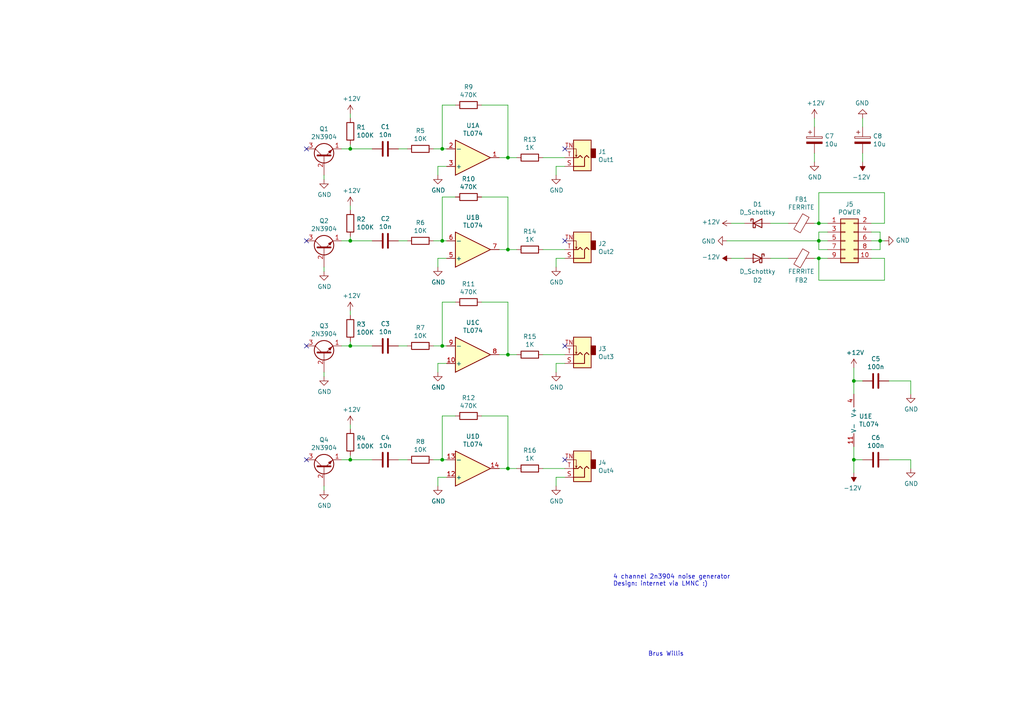
<source format=kicad_sch>
(kicad_sch (version 20230121) (generator eeschema)
  (paper "A4")
  (lib_symbols
    (symbol "Amplifier_Operational:TL074" (pin_names (offset 0.127))
      (property "Reference" "U" (at 0 5.08 0))
      (property "Value" "TL074" (at 0 -5.08 0))
      (symbol "TL074_1_1"
        (polyline (pts (xy -5.08 5.08) (xy 5.08 0) (xy -5.08 -5.08) (xy -5.08 5.08)) (stroke (width 0.254)) (fill (type background)))
        (pin output line (at 7.62 0 180) (length 2.54) (name "~") (number "1"))
        (pin input line (at -7.62 -2.54 0) (length 2.54) (name "-") (number "2"))
        (pin input line (at -7.62 2.54 0) (length 2.54) (name "+") (number "3"))
      )
      (symbol "TL074_2_1"
        (polyline (pts (xy -5.08 5.08) (xy 5.08 0) (xy -5.08 -5.08) (xy -5.08 5.08)) (stroke (width 0.254)) (fill (type background)))
        (pin input line (at -7.62 2.54 0) (length 2.54) (name "+") (number "5"))
        (pin input line (at -7.62 -2.54 0) (length 2.54) (name "-") (number "6"))
        (pin output line (at 7.62 0 180) (length 2.54) (name "~") (number "7"))
      )
      (symbol "TL074_3_1"
        (polyline (pts (xy -5.08 5.08) (xy 5.08 0) (xy -5.08 -5.08) (xy -5.08 5.08)) (stroke (width 0.254)) (fill (type background)))
        (pin input line (at -7.62 2.54 0) (length 2.54) (name "+") (number "10"))
        (pin output line (at 7.62 0 180) (length 2.54) (name "~") (number "8"))
        (pin input line (at -7.62 -2.54 0) (length 2.54) (name "-") (number "9"))
      )
      (symbol "TL074_4_1"
        (polyline (pts (xy -5.08 5.08) (xy 5.08 0) (xy -5.08 -5.08) (xy -5.08 5.08)) (stroke (width 0.254)) (fill (type background)))
        (pin input line (at -7.62 2.54 0) (length 2.54) (name "+") (number "12"))
        (pin input line (at -7.62 -2.54 0) (length 2.54) (name "-") (number "13"))
        (pin output line (at 7.62 0 180) (length 2.54) (name "~") (number "14"))
      )
      (symbol "TL074_5_1"
        (pin power_in line (at -2.54 -7.62 90) (length 3.81) (name "V-") (number "11"))
        (pin power_in line (at -2.54 7.62 270) (length 3.81) (name "V+") (number "4"))
      )
    )
    (symbol "Connector_Generic:Conn_02x05_Odd_Even" (pin_names (offset 1.016) hide)
      (property "Reference" "J" (at 1.27 7.62 0))
      (property "Value" "Conn_02x05_Odd_Even" (at 1.27 -7.62 0))
      (symbol "Conn_02x05_Odd_Even_1_1"
        (rectangle (start -1.27 -4.953) (end 0 -5.207) (stroke (width 0.1524)))
        (rectangle (start -1.27 -2.413) (end 0 -2.667) (stroke (width 0.1524)))
        (rectangle (start -1.27 0.127) (end 0 -0.127) (stroke (width 0.1524)))
        (rectangle (start -1.27 2.667) (end 0 2.413) (stroke (width 0.1524)))
        (rectangle (start -1.27 5.207) (end 0 4.953) (stroke (width 0.1524)))
        (rectangle (start -1.27 6.35) (end 3.81 -6.35) (stroke (width 0.254)) (fill (type background)))
        (rectangle (start 3.81 -4.953) (end 2.54 -5.207) (stroke (width 0.1524)))
        (rectangle (start 3.81 -2.413) (end 2.54 -2.667) (stroke (width 0.1524)))
        (rectangle (start 3.81 0.127) (end 2.54 -0.127) (stroke (width 0.1524)))
        (rectangle (start 3.81 2.667) (end 2.54 2.413) (stroke (width 0.1524)))
        (rectangle (start 3.81 5.207) (end 2.54 4.953) (stroke (width 0.1524)))
        (pin passive line (at -5.08 5.08 0) (length 3.81) (name "Pin_1") (number "1"))
        (pin passive line (at 7.62 -5.08 180) (length 3.81) (name "Pin_10") (number "10"))
        (pin passive line (at 7.62 5.08 180) (length 3.81) (name "Pin_2") (number "2"))
        (pin passive line (at -5.08 2.54 0) (length 3.81) (name "Pin_3") (number "3"))
        (pin passive line (at 7.62 2.54 180) (length 3.81) (name "Pin_4") (number "4"))
        (pin passive line (at -5.08 0 0) (length 3.81) (name "Pin_5") (number "5"))
        (pin passive line (at 7.62 0 180) (length 3.81) (name "Pin_6") (number "6"))
        (pin passive line (at -5.08 -2.54 0) (length 3.81) (name "Pin_7") (number "7"))
        (pin passive line (at 7.62 -2.54 180) (length 3.81) (name "Pin_8") (number "8"))
        (pin passive line (at -5.08 -5.08 0) (length 3.81) (name "Pin_9") (number "9"))
      )
    )
    (symbol "Device:C" (pin_numbers hide) (pin_names (offset 0.254))
      (property "Reference" "C" (at 0.635 2.54 0))
      (property "Value" "C" (at 0.635 -2.54 0))
      (symbol "C_0_1"
        (polyline (pts (xy -2.032 -0.762) (xy 2.032 -0.762)) (stroke (width 0.508)))
        (polyline (pts (xy -2.032 0.762) (xy 2.032 0.762)) (stroke (width 0.508)))
      )
      (symbol "C_1_1"
        (pin passive line (at 0 3.81 270) (length 2.794) (name "~") (number "1"))
        (pin passive line (at 0 -3.81 90) (length 2.794) (name "~") (number "2"))
      )
    )
    (symbol "Device:D_Schottky" (pin_numbers hide) (pin_names (offset 1.016) hide)
      (property "Reference" "D" (at 0 2.54 0))
      (property "Value" "D_Schottky" (at 0 -2.54 0))
      (symbol "D_Schottky_0_1"
        (polyline (pts (xy 1.27 0) (xy -1.27 0)))
        (polyline (pts (xy 1.27 1.27) (xy 1.27 -1.27) (xy -1.27 0) (xy 1.27 1.27)) (stroke (width 0.254)))
        (polyline (pts (xy -1.905 0.635) (xy -1.905 1.27) (xy -1.27 1.27) (xy -1.27 -1.27) (xy -0.635 -1.27) (xy -0.635 -0.635)) (stroke (width 0.254)))
      )
      (symbol "D_Schottky_1_1"
        (pin passive line (at -3.81 0 0) (length 2.54) (name "K") (number "1"))
        (pin passive line (at 3.81 0 180) (length 2.54) (name "A") (number "2"))
      )
    )
    (symbol "Device:R" (pin_numbers hide) (pin_names (offset 0))
      (property "Reference" "R" (at 2.032 0 90))
      (property "Value" "R" (at 0 0 90))
      (symbol "R_0_1"
        (rectangle (start -1.016 -2.54) (end 1.016 2.54) (stroke (width 0.254)))
      )
      (symbol "R_1_1"
        (pin passive line (at 0 3.81 270) (length 1.27) (name "~") (number "1"))
        (pin passive line (at 0 -3.81 90) (length 1.27) (name "~") (number "2"))
      )
    )
    (symbol "Transistor_BJT:2N3904" (pin_names (offset 0) hide)
      (property "Reference" "Q" (at 5.08 1.905 0))
      (property "Value" "2N3904" (at 5.08 0 0))
      (symbol "2N3904_0_1"
        (polyline (pts (xy 0.635 0.635) (xy 2.54 2.54)))
        (polyline (pts (xy 0.635 -0.635) (xy 2.54 -2.54) (xy 2.54 -2.54)))
        (polyline (pts (xy 0.635 1.905) (xy 0.635 -1.905) (xy 0.635 -1.905)) (stroke (width 0.508)))
        (polyline (pts (xy 1.27 -1.778) (xy 1.778 -1.27) (xy 2.286 -2.286) (xy 1.27 -1.778) (xy 1.27 -1.778)) (fill (type outline)))
        (circle (center 1.27 0) (radius 2.8194) (stroke (width 0.254)))
      )
      (symbol "2N3904_1_1"
        (pin passive line (at 2.54 -5.08 90) (length 2.54) (name "E") (number "1"))
        (pin passive line (at -5.08 0 0) (length 5.715) (name "B") (number "2"))
        (pin passive line (at 2.54 5.08 270) (length 2.54) (name "C") (number "3"))
      )
    )
    (symbol "noise-rescue:AudioJack2_SwitchT-Connector"
      (property "Reference" "J" (at 0 8.89 0))
      (property "Value" "Connector_AudioJack2_SwitchT" (at 0 6.35 0))
      (symbol "AudioJack2_SwitchT-Connector_0_1"
        (rectangle (start -2.54 0) (end -3.81 -2.54) (stroke (width 0.254)) (fill (type outline)))
        (polyline (pts (xy 1.778 -0.254) (xy 2.032 -0.762)))
        (polyline (pts (xy 0 0) (xy 0.635 -0.635) (xy 1.27 0) (xy 2.54 0)) (stroke (width 0.254)))
        (polyline (pts (xy 2.54 -2.54) (xy 1.778 -2.54) (xy 1.778 -0.254) (xy 1.524 -0.762)))
        (polyline (pts (xy 2.54 2.54) (xy -0.635 2.54) (xy -0.635 0) (xy -1.27 -0.635) (xy -1.905 0)) (stroke (width 0.254)))
        (rectangle (start 2.54 3.81) (end -2.54 -5.08) (stroke (width 0.254)) (fill (type background)))
      )
      (symbol "AudioJack2_SwitchT-Connector_1_1"
        (pin passive line (at 5.08 2.54 180) (length 2.54) (name "~") (number "S"))
        (pin passive line (at 5.08 0 180) (length 2.54) (name "~") (number "T"))
        (pin passive line (at 5.08 -2.54 180) (length 2.54) (name "~") (number "TN"))
      )
    )
    (symbol "noise-rescue:CP-Device" (pin_numbers hide) (pin_names (offset 0.254))
      (property "Reference" "C" (at 0.635 2.54 0))
      (property "Value" "Device_CP" (at 0.635 -2.54 0))
      (symbol "CP-Device_0_1"
        (rectangle (start -2.286 0.508) (end 2.286 1.016))
        (polyline (pts (xy -1.778 2.286) (xy -0.762 2.286)))
        (polyline (pts (xy -1.27 2.794) (xy -1.27 1.778)))
        (rectangle (start 2.286 -0.508) (end -2.286 -1.016) (fill (type outline)))
      )
      (symbol "CP-Device_1_1"
        (pin passive line (at 0 3.81 270) (length 2.794) (name "~") (number "1"))
        (pin passive line (at 0 -3.81 90) (length 2.794) (name "~") (number "2"))
      )
    )
    (symbol "noise-rescue:Ferrite_Bead-Device" (pin_numbers hide) (pin_names (offset 0))
      (property "Reference" "FB" (at -3.81 0.635 90))
      (property "Value" "Device_Ferrite_Bead" (at 3.81 0 90))
      (symbol "Ferrite_Bead-Device_0_1"
        (polyline (pts (xy 0 -1.27) (xy 0 -1.2192)))
        (polyline (pts (xy 0 1.27) (xy 0 1.2954)))
        (polyline (pts (xy -2.7686 0.4064) (xy -1.7018 2.2606) (xy 2.7686 -0.3048) (xy 1.6764 -2.159) (xy -2.7686 0.4064)))
      )
      (symbol "Ferrite_Bead-Device_1_1"
        (pin passive line (at 0 3.81 270) (length 2.54) (name "~") (number "1"))
        (pin passive line (at 0 -3.81 90) (length 2.54) (name "~") (number "2"))
      )
    )
    (symbol "power:+12V" (power) (pin_names (offset 0))
      (property "Value" "+12V" (at 0 3.556 0))
      (symbol "+12V_0_1"
        (polyline (pts (xy -0.762 1.27) (xy 0 2.54)))
        (polyline (pts (xy 0 0) (xy 0 2.54)))
        (polyline (pts (xy 0 2.54) (xy 0.762 1.27)))
      )
      (symbol "+12V_1_1"
        (pin power_in line (at 0 0 90) (length 0) hide (name "+12V") (number "1"))
      )
    )
    (symbol "power:-12V" (power) (pin_names (offset 0))
      (property "Value" "-12V" (at 0 3.81 0))
      (symbol "-12V_0_0"
        (pin power_in line (at 0 0 90) (length 0) hide (name "-12V") (number "1"))
      )
      (symbol "-12V_0_1"
        (polyline (pts (xy 0 0) (xy 0 1.27) (xy 0.762 1.27) (xy 0 2.54) (xy -0.762 1.27) (xy 0 1.27)) (fill (type outline)))
      )
    )
    (symbol "power:GND" (power) (pin_names (offset 0))
      (property "Value" "GND" (at 0 -3.81 0))
      (symbol "GND_0_1"
        (polyline (pts (xy 0 0) (xy 0 -1.27) (xy 1.27 -1.27) (xy 0 -2.54) (xy -1.27 -1.27) (xy 0 -1.27)))
      )
      (symbol "GND_1_1"
        (pin power_in line (at 0 0 270) (length 0) hide (name "GND") (number "1"))
      )
    )
  )
  (junction (at 247.65 133.35))
  (junction (at 128.27 69.85))
  (junction (at 101.6 133.35))
  (junction (at 237.49 74.93))
  (junction (at 147.32 135.89))
  (junction (at 147.32 45.72))
  (junction (at 128.27 133.35))
  (junction (at 101.6 100.33))
  (junction (at 237.49 64.77))
  (junction (at 147.32 102.87))
  (junction (at 237.49 69.85))
  (junction (at 101.6 69.85))
  (junction (at 128.27 43.18))
  (junction (at 255.27 69.85))
  (junction (at 247.65 110.49))
  (junction (at 147.32 72.39))
  (junction (at 101.6 43.18))
  (junction (at 128.27 100.33))
  (no_connect (at 88.9 100.33))
  (no_connect (at 88.9 43.18))
  (no_connect (at 163.83 43.18))
  (no_connect (at 163.83 100.33))
  (no_connect (at 88.9 69.85))
  (no_connect (at 88.9 133.35))
  (no_connect (at 163.83 133.35))
  (no_connect (at 163.83 69.85))
  (wire (pts (xy 256.54 64.77) (xy 256.54 55.88)))
  (wire (pts (xy 101.6 68.58) (xy 101.6 69.85)))
  (wire (pts (xy 252.73 74.93) (xy 256.54 74.93)))
  (wire (pts (xy 127 48.26) (xy 127 50.8)))
  (wire (pts (xy 101.6 100.33) (xy 107.95 100.33)))
  (wire (pts (xy 247.65 133.35) (xy 247.65 137.16)))
  (wire (pts (xy 223.52 74.93) (xy 228.6 74.93)))
  (wire (pts (xy 163.83 138.43) (xy 161.29 138.43)))
  (wire (pts (xy 101.6 43.18) (xy 107.95 43.18)))
  (wire (pts (xy 139.7 120.65) (xy 147.32 120.65)))
  (wire (pts (xy 257.81 110.49) (xy 264.16 110.49)))
  (wire (pts (xy 264.16 110.49) (xy 264.16 114.3)))
  (wire (pts (xy 256.54 55.88) (xy 237.49 55.88)))
  (wire (pts (xy 147.32 72.39) (xy 149.86 72.39)))
  (wire (pts (xy 264.16 133.35) (xy 264.16 135.89)))
  (wire (pts (xy 250.19 34.29) (xy 250.19 36.83)))
  (wire (pts (xy 125.73 100.33) (xy 128.27 100.33)))
  (wire (pts (xy 115.57 100.33) (xy 118.11 100.33)))
  (wire (pts (xy 212.09 64.77) (xy 215.9 64.77)))
  (wire (pts (xy 147.32 120.65) (xy 147.32 135.89)))
  (wire (pts (xy 255.27 72.39) (xy 255.27 69.85)))
  (wire (pts (xy 99.06 133.35) (xy 101.6 133.35)))
  (wire (pts (xy 161.29 48.26) (xy 161.29 50.8)))
  (wire (pts (xy 115.57 133.35) (xy 118.11 133.35)))
  (wire (pts (xy 161.29 105.41) (xy 161.29 107.95)))
  (wire (pts (xy 157.48 135.89) (xy 163.83 135.89)))
  (wire (pts (xy 144.78 45.72) (xy 147.32 45.72)))
  (wire (pts (xy 129.54 105.41) (xy 127 105.41)))
  (wire (pts (xy 128.27 133.35) (xy 129.54 133.35)))
  (wire (pts (xy 247.65 110.49) (xy 247.65 114.3)))
  (wire (pts (xy 147.32 102.87) (xy 149.86 102.87)))
  (wire (pts (xy 252.73 72.39) (xy 255.27 72.39)))
  (wire (pts (xy 147.32 45.72) (xy 149.86 45.72)))
  (wire (pts (xy 144.78 135.89) (xy 147.32 135.89)))
  (wire (pts (xy 237.49 74.93) (xy 236.22 74.93)))
  (wire (pts (xy 255.27 67.31) (xy 255.27 69.85)))
  (wire (pts (xy 250.19 133.35) (xy 247.65 133.35)))
  (wire (pts (xy 144.78 72.39) (xy 147.32 72.39)))
  (wire (pts (xy 93.98 50.8) (xy 93.98 52.07)))
  (wire (pts (xy 101.6 132.08) (xy 101.6 133.35)))
  (wire (pts (xy 101.6 41.91) (xy 101.6 43.18)))
  (wire (pts (xy 237.49 64.77) (xy 240.03 64.77)))
  (wire (pts (xy 128.27 87.63) (xy 132.08 87.63)))
  (wire (pts (xy 147.32 87.63) (xy 147.32 102.87)))
  (wire (pts (xy 128.27 133.35) (xy 128.27 120.65)))
  (wire (pts (xy 128.27 30.48) (xy 132.08 30.48)))
  (wire (pts (xy 250.19 44.45) (xy 250.19 46.99)))
  (wire (pts (xy 101.6 133.35) (xy 107.95 133.35)))
  (wire (pts (xy 101.6 33.02) (xy 101.6 34.29)))
  (wire (pts (xy 101.6 123.19) (xy 101.6 124.46)))
  (wire (pts (xy 139.7 30.48) (xy 147.32 30.48)))
  (wire (pts (xy 101.6 59.69) (xy 101.6 60.96)))
  (wire (pts (xy 161.29 74.93) (xy 161.29 77.47)))
  (wire (pts (xy 128.27 57.15) (xy 132.08 57.15)))
  (wire (pts (xy 161.29 138.43) (xy 161.29 140.97)))
  (wire (pts (xy 127 138.43) (xy 127 140.97)))
  (wire (pts (xy 257.81 133.35) (xy 264.16 133.35)))
  (wire (pts (xy 115.57 69.85) (xy 118.11 69.85)))
  (wire (pts (xy 147.32 30.48) (xy 147.32 45.72)))
  (wire (pts (xy 139.7 87.63) (xy 147.32 87.63)))
  (wire (pts (xy 144.78 102.87) (xy 147.32 102.87)))
  (wire (pts (xy 125.73 69.85) (xy 128.27 69.85)))
  (wire (pts (xy 128.27 43.18) (xy 129.54 43.18)))
  (wire (pts (xy 128.27 100.33) (xy 129.54 100.33)))
  (wire (pts (xy 147.32 57.15) (xy 147.32 72.39)))
  (wire (pts (xy 101.6 90.17) (xy 101.6 91.44)))
  (wire (pts (xy 129.54 74.93) (xy 127 74.93)))
  (wire (pts (xy 139.7 57.15) (xy 147.32 57.15)))
  (wire (pts (xy 237.49 72.39) (xy 237.49 69.85)))
  (wire (pts (xy 115.57 43.18) (xy 118.11 43.18)))
  (wire (pts (xy 163.83 105.41) (xy 161.29 105.41)))
  (wire (pts (xy 252.73 64.77) (xy 256.54 64.77)))
  (wire (pts (xy 237.49 67.31) (xy 237.49 69.85)))
  (wire (pts (xy 252.73 67.31) (xy 255.27 67.31)))
  (wire (pts (xy 247.65 106.68) (xy 247.65 110.49)))
  (wire (pts (xy 240.03 74.93) (xy 237.49 74.93)))
  (wire (pts (xy 157.48 45.72) (xy 163.83 45.72)))
  (wire (pts (xy 255.27 69.85) (xy 256.54 69.85)))
  (wire (pts (xy 240.03 67.31) (xy 237.49 67.31)))
  (wire (pts (xy 237.49 55.88) (xy 237.49 64.77)))
  (wire (pts (xy 157.48 72.39) (xy 163.83 72.39)))
  (wire (pts (xy 237.49 81.28) (xy 256.54 81.28)))
  (wire (pts (xy 127 105.41) (xy 127 107.95)))
  (wire (pts (xy 101.6 99.06) (xy 101.6 100.33)))
  (wire (pts (xy 163.83 74.93) (xy 161.29 74.93)))
  (wire (pts (xy 128.27 100.33) (xy 128.27 87.63)))
  (wire (pts (xy 237.49 74.93) (xy 237.49 81.28)))
  (wire (pts (xy 99.06 69.85) (xy 101.6 69.85)))
  (wire (pts (xy 128.27 69.85) (xy 128.27 57.15)))
  (wire (pts (xy 237.49 69.85) (xy 240.03 69.85)))
  (wire (pts (xy 101.6 69.85) (xy 107.95 69.85)))
  (wire (pts (xy 147.32 135.89) (xy 149.86 135.89)))
  (wire (pts (xy 157.48 102.87) (xy 163.83 102.87)))
  (wire (pts (xy 125.73 133.35) (xy 128.27 133.35)))
  (wire (pts (xy 99.06 100.33) (xy 101.6 100.33)))
  (wire (pts (xy 236.22 44.45) (xy 236.22 46.99)))
  (wire (pts (xy 125.73 43.18) (xy 128.27 43.18)))
  (wire (pts (xy 240.03 72.39) (xy 237.49 72.39)))
  (wire (pts (xy 223.52 64.77) (xy 228.6 64.77)))
  (wire (pts (xy 256.54 81.28) (xy 256.54 74.93)))
  (wire (pts (xy 128.27 120.65) (xy 132.08 120.65)))
  (wire (pts (xy 247.65 129.54) (xy 247.65 133.35)))
  (wire (pts (xy 252.73 69.85) (xy 255.27 69.85)))
  (wire (pts (xy 99.06 43.18) (xy 101.6 43.18)))
  (wire (pts (xy 93.98 107.95) (xy 93.98 109.22)))
  (wire (pts (xy 128.27 69.85) (xy 129.54 69.85)))
  (wire (pts (xy 210.82 69.85) (xy 237.49 69.85)))
  (wire (pts (xy 128.27 43.18) (xy 128.27 30.48)))
  (wire (pts (xy 93.98 140.97) (xy 93.98 142.24)))
  (wire (pts (xy 129.54 138.43) (xy 127 138.43)))
  (wire (pts (xy 129.54 48.26) (xy 127 48.26)))
  (wire (pts (xy 236.22 64.77) (xy 237.49 64.77)))
  (wire (pts (xy 236.22 34.29) (xy 236.22 36.83)))
  (wire (pts (xy 127 74.93) (xy 127 77.47)))
  (wire (pts (xy 163.83 48.26) (xy 161.29 48.26)))
  (wire (pts (xy 250.19 110.49) (xy 247.65 110.49)))
  (wire (pts (xy 93.98 77.47) (xy 93.98 78.74)))
  (wire (pts (xy 212.09 74.93) (xy 215.9 74.93)))
  (text "Brus Willis" (at 187.96 190.5 0) (effects (font (size 1.27 1.27)) (justify left bottom)))
  (text "4 channel 2n3904 noise generator\nDesign: internet via LMNC :)" (at 177.8 170.18 0) (effects (font (size 1.27 1.27)) (justify left bottom)))
  (symbol (lib_id "Amplifier_Operational:TL074") (at 137.16 45.72 0) (mirror x) (unit 1)
    (property "Reference" "U1" (at 137.16 36.3982 0))
    (property "Value" "TL074" (at 137.16 38.7096 0))
    (property "Footprint" "Package_DIP:DIP-14_W7.62mm_Socket" (effects hide))
    (property "Datasheet" "http://www.ti.com/lit/ds/symlink/tl071.pdf" (effects hide))
  )
  (symbol (lib_id "Amplifier_Operational:TL074") (at 137.16 72.39 0) (mirror x) (unit 2)
    (property "Reference" "U1" (at 137.16 63.0682 0))
    (property "Value" "TL074" (at 137.16 65.3796 0))
    (property "Footprint" "Package_DIP:DIP-14_W7.62mm_Socket" (effects hide))
    (property "Datasheet" "http://www.ti.com/lit/ds/symlink/tl071.pdf" (effects hide))
  )
  (symbol (lib_id "Amplifier_Operational:TL074") (at 137.16 102.87 0) (mirror x) (unit 3)
    (property "Reference" "U1" (at 137.16 93.5482 0))
    (property "Value" "TL074" (at 137.16 95.8596 0))
    (property "Footprint" "Package_DIP:DIP-14_W7.62mm_Socket" (effects hide))
    (property "Datasheet" "http://www.ti.com/lit/ds/symlink/tl071.pdf" (effects hide))
  )
  (symbol (lib_id "Amplifier_Operational:TL074") (at 137.16 135.89 0) (mirror x) (unit 4)
    (property "Reference" "U1" (at 137.16 126.5682 0))
    (property "Value" "TL074" (at 137.16 128.8796 0))
    (property "Footprint" "Package_DIP:DIP-14_W7.62mm_Socket" (effects hide))
    (property "Datasheet" "http://www.ti.com/lit/ds/symlink/tl071.pdf" (effects hide))
  )
  (symbol (lib_id "Amplifier_Operational:TL074") (at 250.19 121.92 0) (unit 5)
    (property "Reference" "U1" (at 249.1232 120.7516 0) (effects (justify left)))
    (property "Value" "TL074" (at 249.1232 123.063 0) (effects (justify left)))
    (property "Footprint" "Package_DIP:DIP-14_W7.62mm_Socket" (effects hide))
    (property "Datasheet" "http://www.ti.com/lit/ds/symlink/tl071.pdf" (effects hide))
  )
  (symbol (lib_id "Transistor_BJT:2N3904") (at 93.98 45.72 90) (unit 1)
    (property "Reference" "Q1" (at 93.98 37.3888 90))
    (property "Value" "2N3904" (at 93.98 39.7002 90))
    (property "Footprint" "Package_TO_SOT_THT:TO-92_Inline" (effects hide))
    (property "Datasheet" "https://www.onsemi.com/pub/Collateral/2N3903-D.PDF" (effects hide))
  )
  (symbol (lib_id "Device:R") (at 101.6 38.1 0) (unit 1)
    (property "Reference" "R1" (at 103.378 36.9316 0) (effects (justify left)))
    (property "Value" "100K" (at 103.378 39.243 0) (effects (justify left)))
    (property "Footprint" "Resistor_THT:R_Axial_DIN0204_L3.6mm_D1.6mm_P7.62mm_Horizontal" (effects hide))
  )
  (symbol (lib_id "Device:C") (at 111.76 43.18 270) (unit 1)
    (property "Reference" "C1" (at 111.76 36.7792 90))
    (property "Value" "10n" (at 111.76 39.0906 90))
    (property "Footprint" "Capacitor_THT:C_Disc_D4.3mm_W1.9mm_P5.00mm" (effects hide))
  )
  (symbol (lib_id "Device:R") (at 121.92 43.18 270) (unit 1)
    (property "Reference" "R5" (at 121.92 37.9222 90))
    (property "Value" "10K" (at 121.92 40.2336 90))
    (property "Footprint" "Resistor_THT:R_Axial_DIN0204_L3.6mm_D1.6mm_P7.62mm_Horizontal" (effects hide))
  )
  (symbol (lib_id "power:+12V") (at 101.6 33.02 0) (unit 1)
    (property "Reference" "#PWR05" (effects hide))
    (property "Value" "+12V" (at 101.981 28.6258 0))
  )
  (symbol (lib_id "power:GND") (at 93.98 52.07 0) (unit 1)
    (property "Reference" "#PWR01" (effects hide))
    (property "Value" "GND" (at 94.107 56.4642 0))
  )
  (symbol (lib_id "power:GND") (at 127 50.8 0) (unit 1)
    (property "Reference" "#PWR09" (effects hide))
    (property "Value" "GND" (at 127.127 55.1942 0))
  )
  (symbol (lib_id "Device:R") (at 135.89 30.48 270) (unit 1)
    (property "Reference" "R9" (at 135.89 25.2222 90))
    (property "Value" "470K" (at 135.89 27.5336 90))
    (property "Footprint" "Resistor_THT:R_Axial_DIN0204_L3.6mm_D1.6mm_P7.62mm_Horizontal" (effects hide))
  )
  (symbol (lib_id "Device:R") (at 153.67 45.72 270) (unit 1)
    (property "Reference" "R13" (at 153.67 40.4622 90))
    (property "Value" "1K" (at 153.67 42.7736 90))
    (property "Footprint" "Resistor_THT:R_Axial_DIN0204_L3.6mm_D1.6mm_P7.62mm_Horizontal" (effects hide))
  )
  (symbol (lib_id "Transistor_BJT:2N3904") (at 93.98 72.39 90) (unit 1)
    (property "Reference" "Q2" (at 93.98 64.0588 90))
    (property "Value" "2N3904" (at 93.98 66.3702 90))
    (property "Footprint" "Package_TO_SOT_THT:TO-92_Inline" (effects hide))
    (property "Datasheet" "https://www.onsemi.com/pub/Collateral/2N3903-D.PDF" (effects hide))
  )
  (symbol (lib_id "Device:R") (at 101.6 64.77 0) (unit 1)
    (property "Reference" "R2" (at 103.378 63.6016 0) (effects (justify left)))
    (property "Value" "100K" (at 103.378 65.913 0) (effects (justify left)))
    (property "Footprint" "Resistor_THT:R_Axial_DIN0204_L3.6mm_D1.6mm_P7.62mm_Horizontal" (effects hide))
  )
  (symbol (lib_id "Device:C") (at 111.76 69.85 270) (unit 1)
    (property "Reference" "C2" (at 111.76 63.4492 90))
    (property "Value" "10n" (at 111.76 65.7606 90))
    (property "Footprint" "Capacitor_THT:C_Disc_D4.3mm_W1.9mm_P5.00mm" (effects hide))
  )
  (symbol (lib_id "Device:R") (at 121.92 69.85 270) (unit 1)
    (property "Reference" "R6" (at 121.92 64.5922 90))
    (property "Value" "10K" (at 121.92 66.9036 90))
    (property "Footprint" "Resistor_THT:R_Axial_DIN0204_L3.6mm_D1.6mm_P7.62mm_Horizontal" (effects hide))
  )
  (symbol (lib_id "power:+12V") (at 101.6 59.69 0) (unit 1)
    (property "Reference" "#PWR06" (effects hide))
    (property "Value" "+12V" (at 101.981 55.2958 0))
  )
  (symbol (lib_id "power:GND") (at 93.98 78.74 0) (unit 1)
    (property "Reference" "#PWR02" (effects hide))
    (property "Value" "GND" (at 94.107 83.1342 0))
  )
  (symbol (lib_id "power:GND") (at 127 77.47 0) (unit 1)
    (property "Reference" "#PWR010" (effects hide))
    (property "Value" "GND" (at 127.127 81.8642 0))
  )
  (symbol (lib_id "Transistor_BJT:2N3904") (at 93.98 102.87 90) (unit 1)
    (property "Reference" "Q3" (at 93.98 94.5388 90))
    (property "Value" "2N3904" (at 93.98 96.8502 90))
    (property "Footprint" "Package_TO_SOT_THT:TO-92_Inline" (effects hide))
    (property "Datasheet" "https://www.onsemi.com/pub/Collateral/2N3903-D.PDF" (effects hide))
  )
  (symbol (lib_id "Device:R") (at 101.6 95.25 0) (unit 1)
    (property "Reference" "R3" (at 103.378 94.0816 0) (effects (justify left)))
    (property "Value" "100K" (at 103.378 96.393 0) (effects (justify left)))
    (property "Footprint" "Resistor_THT:R_Axial_DIN0204_L3.6mm_D1.6mm_P7.62mm_Horizontal" (effects hide))
  )
  (symbol (lib_id "Device:C") (at 111.76 100.33 270) (unit 1)
    (property "Reference" "C3" (at 111.76 93.9292 90))
    (property "Value" "10n" (at 111.76 96.2406 90))
    (property "Footprint" "Capacitor_THT:C_Disc_D4.3mm_W1.9mm_P5.00mm" (effects hide))
  )
  (symbol (lib_id "Device:R") (at 121.92 100.33 270) (unit 1)
    (property "Reference" "R7" (at 121.92 95.0722 90))
    (property "Value" "10K" (at 121.92 97.3836 90))
    (property "Footprint" "Resistor_THT:R_Axial_DIN0204_L3.6mm_D1.6mm_P7.62mm_Horizontal" (effects hide))
  )
  (symbol (lib_id "power:+12V") (at 101.6 90.17 0) (unit 1)
    (property "Reference" "#PWR07" (effects hide))
    (property "Value" "+12V" (at 101.981 85.7758 0))
  )
  (symbol (lib_id "power:GND") (at 93.98 109.22 0) (unit 1)
    (property "Reference" "#PWR03" (effects hide))
    (property "Value" "GND" (at 94.107 113.6142 0))
  )
  (symbol (lib_id "power:GND") (at 127 107.95 0) (unit 1)
    (property "Reference" "#PWR011" (effects hide))
    (property "Value" "GND" (at 127.127 112.3442 0))
  )
  (symbol (lib_id "Transistor_BJT:2N3904") (at 93.98 135.89 90) (unit 1)
    (property "Reference" "Q4" (at 93.98 127.5588 90))
    (property "Value" "2N3904" (at 93.98 129.8702 90))
    (property "Footprint" "Package_TO_SOT_THT:TO-92_Inline" (effects hide))
    (property "Datasheet" "https://www.onsemi.com/pub/Collateral/2N3903-D.PDF" (effects hide))
  )
  (symbol (lib_id "Device:R") (at 101.6 128.27 0) (unit 1)
    (property "Reference" "R4" (at 103.378 127.1016 0) (effects (justify left)))
    (property "Value" "100K" (at 103.378 129.413 0) (effects (justify left)))
    (property "Footprint" "Resistor_THT:R_Axial_DIN0204_L3.6mm_D1.6mm_P7.62mm_Horizontal" (effects hide))
  )
  (symbol (lib_id "Device:C") (at 111.76 133.35 270) (unit 1)
    (property "Reference" "C4" (at 111.76 126.9492 90))
    (property "Value" "10n" (at 111.76 129.2606 90))
    (property "Footprint" "Capacitor_THT:C_Disc_D4.3mm_W1.9mm_P5.00mm" (effects hide))
  )
  (symbol (lib_id "Device:R") (at 121.92 133.35 270) (unit 1)
    (property "Reference" "R8" (at 121.92 128.0922 90))
    (property "Value" "10K" (at 121.92 130.4036 90))
    (property "Footprint" "Resistor_THT:R_Axial_DIN0204_L3.6mm_D1.6mm_P7.62mm_Horizontal" (effects hide))
  )
  (symbol (lib_id "power:+12V") (at 101.6 123.19 0) (unit 1)
    (property "Reference" "#PWR08" (effects hide))
    (property "Value" "+12V" (at 101.981 118.7958 0))
  )
  (symbol (lib_id "power:GND") (at 93.98 142.24 0) (unit 1)
    (property "Reference" "#PWR04" (effects hide))
    (property "Value" "GND" (at 94.107 146.6342 0))
  )
  (symbol (lib_id "power:GND") (at 127 140.97 0) (unit 1)
    (property "Reference" "#PWR012" (effects hide))
    (property "Value" "GND" (at 127.127 145.3642 0))
  )
  (symbol (lib_id "Device:R") (at 135.89 57.15 270) (unit 1)
    (property "Reference" "R10" (at 135.89 51.8922 90))
    (property "Value" "470K" (at 135.89 54.2036 90))
    (property "Footprint" "Resistor_THT:R_Axial_DIN0204_L3.6mm_D1.6mm_P7.62mm_Horizontal" (effects hide))
  )
  (symbol (lib_id "Device:R") (at 135.89 87.63 270) (unit 1)
    (property "Reference" "R11" (at 135.89 82.3722 90))
    (property "Value" "470K" (at 135.89 84.6836 90))
    (property "Footprint" "Resistor_THT:R_Axial_DIN0204_L3.6mm_D1.6mm_P7.62mm_Horizontal" (effects hide))
  )
  (symbol (lib_id "Device:R") (at 135.89 120.65 270) (unit 1)
    (property "Reference" "R12" (at 135.89 115.3922 90))
    (property "Value" "470K" (at 135.89 117.7036 90))
    (property "Footprint" "Resistor_THT:R_Axial_DIN0204_L3.6mm_D1.6mm_P7.62mm_Horizontal" (effects hide))
  )
  (symbol (lib_id "Device:R") (at 153.67 72.39 270) (unit 1)
    (property "Reference" "R14" (at 153.67 67.1322 90))
    (property "Value" "1K" (at 153.67 69.4436 90))
    (property "Footprint" "Resistor_THT:R_Axial_DIN0204_L3.6mm_D1.6mm_P7.62mm_Horizontal" (effects hide))
  )
  (symbol (lib_id "Device:R") (at 153.67 102.87 270) (unit 1)
    (property "Reference" "R15" (at 153.67 97.6122 90))
    (property "Value" "1K" (at 153.67 99.9236 90))
    (property "Footprint" "Resistor_THT:R_Axial_DIN0204_L3.6mm_D1.6mm_P7.62mm_Horizontal" (effects hide))
  )
  (symbol (lib_id "Device:R") (at 153.67 135.89 270) (unit 1)
    (property "Reference" "R16" (at 153.67 130.6322 90))
    (property "Value" "1K" (at 153.67 132.9436 90))
    (property "Footprint" "Resistor_THT:R_Axial_DIN0204_L3.6mm_D1.6mm_P7.62mm_Horizontal" (effects hide))
  )
  (symbol (lib_id "noise-rescue:AudioJack2_SwitchT-Connector") (at 168.91 45.72 180) (unit 1)
    (property "Reference" "J1" (at 173.482 44.0182 0) (effects (justify right)))
    (property "Value" "Out1" (at 173.482 46.3296 0) (effects (justify right)))
    (property "Footprint" "Connector_Audio:Jack_3.5mm_QingPu_WQP-PJ398SM_Vertical_CircularHoles" (effects hide))
  )
  (symbol (lib_id "noise-rescue:AudioJack2_SwitchT-Connector") (at 168.91 72.39 180) (unit 1)
    (property "Reference" "J2" (at 173.482 70.6882 0) (effects (justify right)))
    (property "Value" "Out2" (at 173.482 72.9996 0) (effects (justify right)))
    (property "Footprint" "Connector_Audio:Jack_3.5mm_QingPu_WQP-PJ398SM_Vertical_CircularHoles" (effects hide))
  )
  (symbol (lib_id "noise-rescue:AudioJack2_SwitchT-Connector") (at 168.91 102.87 180) (unit 1)
    (property "Reference" "J3" (at 173.482 101.1682 0) (effects (justify right)))
    (property "Value" "Out3" (at 173.482 103.4796 0) (effects (justify right)))
    (property "Footprint" "Connector_Audio:Jack_3.5mm_QingPu_WQP-PJ398SM_Vertical_CircularHoles" (effects hide))
  )
  (symbol (lib_id "noise-rescue:AudioJack2_SwitchT-Connector") (at 168.91 135.89 180) (unit 1)
    (property "Reference" "J4" (at 173.482 134.1882 0) (effects (justify right)))
    (property "Value" "Out4" (at 173.482 136.4996 0) (effects (justify right)))
    (property "Footprint" "Connector_Audio:Jack_3.5mm_QingPu_WQP-PJ398SM_Vertical_CircularHoles" (effects hide))
  )
  (symbol (lib_id "Device:C") (at 254 110.49 270) (unit 1)
    (property "Reference" "C5" (at 254 104.0892 90))
    (property "Value" "100n" (at 254 106.4006 90))
    (property "Footprint" "Capacitor_THT:C_Disc_D4.3mm_W1.9mm_P5.00mm" (effects hide))
  )
  (symbol (lib_id "Device:C") (at 254 133.35 270) (unit 1)
    (property "Reference" "C6" (at 254 126.9492 90))
    (property "Value" "100n" (at 254 129.2606 90))
    (property "Footprint" "Capacitor_THT:C_Disc_D4.3mm_W1.9mm_P5.00mm" (effects hide))
  )
  (symbol (lib_id "power:+12V") (at 247.65 106.68 0) (unit 1)
    (property "Reference" "#PWR016" (effects hide))
    (property "Value" "+12V" (at 248.031 102.2858 0))
  )
  (symbol (lib_id "power:GND") (at 264.16 114.3 0) (unit 1)
    (property "Reference" "#PWR021" (effects hide))
    (property "Value" "GND" (at 264.287 118.6942 0))
  )
  (symbol (lib_id "power:GND") (at 264.16 135.89 0) (unit 1)
    (property "Reference" "#PWR022" (effects hide))
    (property "Value" "GND" (at 264.287 140.2842 0))
  )
  (symbol (lib_id "power:-12V") (at 247.65 137.16 180) (unit 1)
    (property "Reference" "#PWR017" (effects hide))
    (property "Value" "-12V" (at 247.269 141.5542 0))
  )
  (symbol (lib_id "Connector_Generic:Conn_02x05_Odd_Even") (at 245.11 69.85 0) (unit 1)
    (property "Reference" "J5" (at 246.38 59.2582 0))
    (property "Value" "POWER" (at 246.38 61.5696 0))
    (property "Footprint" "Connector_PinHeader_2.54mm:PinHeader_2x05_P2.54mm_Vertical" (effects hide))
  )
  (symbol (lib_id "power:+12V") (at 212.09 64.77 90) (unit 1)
    (property "Reference" "#PWR013" (effects hide))
    (property "Value" "+12V" (at 208.8388 64.389 90) (effects (justify left)))
  )
  (symbol (lib_id "power:-12V") (at 212.09 74.93 90) (unit 1)
    (property "Reference" "#PWR015" (effects hide))
    (property "Value" "-12V" (at 208.8388 74.549 90) (effects (justify left)))
  )
  (symbol (lib_id "power:GND") (at 256.54 69.85 90) (unit 1)
    (property "Reference" "#PWR019" (effects hide))
    (property "Value" "GND" (at 259.7912 69.723 90) (effects (justify right)))
  )
  (symbol (lib_id "power:GND") (at 210.82 69.85 270) (unit 1)
    (property "Reference" "#PWR014" (effects hide))
    (property "Value" "GND" (at 207.5688 69.977 90) (effects (justify right)))
  )
  (symbol (lib_id "noise-rescue:CP-Device") (at 236.22 40.64 0) (unit 1)
    (property "Reference" "C7" (at 239.2172 39.4716 0) (effects (justify left)))
    (property "Value" "10u" (at 239.2172 41.783 0) (effects (justify left)))
    (property "Footprint" "Capacitor_THT:CP_Radial_D5.0mm_P2.00mm" (effects hide))
  )
  (symbol (lib_id "noise-rescue:CP-Device") (at 250.19 40.64 0) (unit 1)
    (property "Reference" "C8" (at 253.1872 39.4716 0) (effects (justify left)))
    (property "Value" "10u" (at 253.1872 41.783 0) (effects (justify left)))
    (property "Footprint" "Capacitor_THT:CP_Radial_D5.0mm_P2.00mm" (effects hide))
  )
  (symbol (lib_id "power:+12V") (at 236.22 34.29 0) (unit 1)
    (property "Reference" "#PWR018" (effects hide))
    (property "Value" "+12V" (at 236.601 29.8958 0))
  )
  (symbol (lib_id "power:-12V") (at 250.19 46.99 180) (unit 1)
    (property "Reference" "#PWR024" (effects hide))
    (property "Value" "-12V" (at 249.809 51.3842 0))
  )
  (symbol (lib_id "power:GND") (at 250.19 34.29 180) (unit 1)
    (property "Reference" "#PWR023" (effects hide))
    (property "Value" "GND" (at 250.063 29.8958 0))
  )
  (symbol (lib_id "power:GND") (at 236.22 46.99 0) (unit 1)
    (property "Reference" "#PWR020" (effects hide))
    (property "Value" "GND" (at 236.347 51.3842 0))
  )
  (symbol (lib_id "noise-rescue:Ferrite_Bead-Device") (at 232.41 64.77 270) (unit 1)
    (property "Reference" "FB1" (at 232.41 57.8104 90))
    (property "Value" "FERRITE" (at 232.41 60.1218 90))
    (property "Footprint" "Resistor_THT:R_Axial_DIN0411_L9.9mm_D3.6mm_P12.70mm_Horizontal" (effects hide))
  )
  (symbol (lib_id "noise-rescue:Ferrite_Bead-Device") (at 232.41 74.93 270) (unit 1)
    (property "Reference" "FB2" (at 232.41 81.28 90))
    (property "Value" "FERRITE" (at 232.41 78.74 90))
    (property "Footprint" "Resistor_THT:R_Axial_DIN0411_L9.9mm_D3.6mm_P12.70mm_Horizontal" (effects hide))
  )
  (symbol (lib_id "Device:D_Schottky") (at 219.71 64.77 0) (unit 1)
    (property "Reference" "D1" (at 219.71 59.2582 0))
    (property "Value" "D_Schottky" (at 219.71 61.5696 0))
    (property "Footprint" "Diode_THT:D_5W_P12.70mm_Horizontal" (effects hide))
  )
  (symbol (lib_id "Device:D_Schottky") (at 219.71 74.93 0) (mirror y) (unit 1)
    (property "Reference" "D2" (at 219.71 81.28 0))
    (property "Value" "D_Schottky" (at 219.71 78.74 0))
    (property "Footprint" "Diode_THT:D_5W_P12.70mm_Horizontal" (effects hide))
  )
  (symbol (lib_id "power:GND") (at 161.29 140.97 0) (unit 1)
    (property "Reference" "#PWR?" (effects hide))
    (property "Value" "GND" (at 161.417 145.3642 0))
  )
  (symbol (lib_id "power:GND") (at 161.29 107.95 0) (unit 1)
    (property "Reference" "#PWR?" (effects hide))
    (property "Value" "GND" (at 161.417 112.3442 0))
  )
  (symbol (lib_id "power:GND") (at 161.29 77.47 0) (unit 1)
    (property "Reference" "#PWR?" (effects hide))
    (property "Value" "GND" (at 161.417 81.8642 0))
  )
  (symbol (lib_id "power:GND") (at 161.29 50.8 0) (unit 1)
    (property "Reference" "#PWR?" (effects hide))
    (property "Value" "GND" (at 161.417 55.1942 0))
  )
)
</source>
